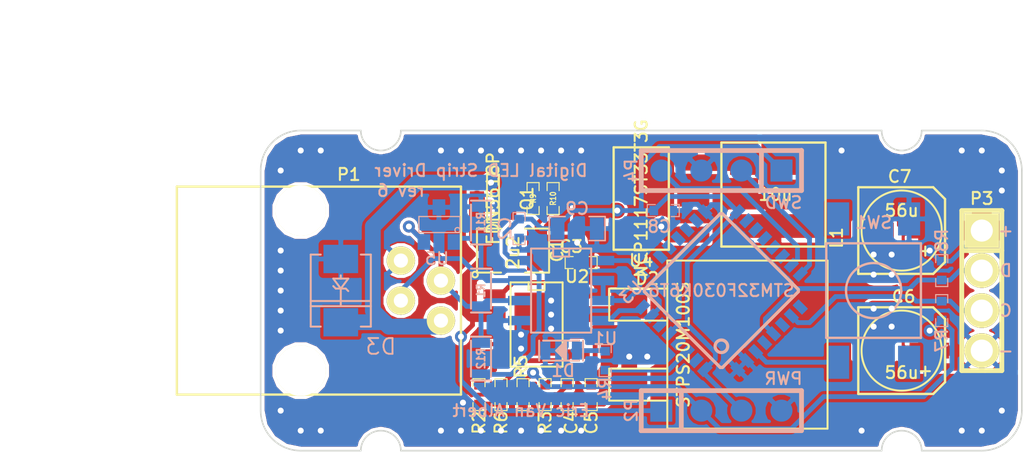
<source format=kicad_pcb>
(kicad_pcb (version 3) (host pcbnew "(2013-mar-13)-testing")
  (layers (15 F.Cu signal hide) (2 Inner2.Cu signal hide) (1 Inner1.Cu signal hide) (0 B.Cu signal hide) (18 B.Paste user) (19 F.Paste user) (20 B.SilkS user) (21 F.SilkS user) (22 B.Mask user) (23 F.Mask user) (28 Edge.Cuts user))
  (net 0 "")
  (net 1 +48V)
  (net 2 /CLK)
  (net 3 /DAT)
  (net 4 /SWCLK)
  (net 5 /SWDAT)
  (net 6 3V3)
  (net 7 GND)
  (net 8 N-0000010)
  (net 9 N-0000013)
  (net 10 N-0000015)
  (net 11 N-0000016)
  (net 12 N-0000017)
  (net 13 N-0000019)
  (net 14 N-000002)
  (net 15 N-0000020)
  (net 16 N-0000021)
  (net 17 N-0000023)
  (net 18 N-0000024)
  (net 19 N-0000025)
  (net 20 N-0000026)
  (net 21 N-0000027)
  (net 22 N-0000028)
  (net 23 N-0000029)
  (net 24 N-0000030)
  (net 25 N-0000031)
  (net 26 N-0000032)
  (net 27 N-0000033)
  (net 28 N-0000034)
  (net 29 N-0000035)
  (net 30 N-0000036)
  (net 31 N-0000037)
  (net 32 N-0000038)
  (net 33 N-0000039)
  (net 34 N-000004)
  (net 35 N-0000040)
  (net 36 N-0000041)
  (net 37 N-0000042)
  (net 38 N-0000043)
  (net 39 N-0000044)
  (net 40 N-0000045)
  (net 41 N-000005)
  (net 42 N-000006)
  (net 43 N-000007)
  (net 44 VPP)
  (module SOT23 (layer B.Cu) (at 123.063 112.649 180)
    (fp_text reference U5 (at 0.127 -2.159 180) (layer B.SilkS) (effects (font (size 0.762 0.762) (thickness 0.11938)) (justify mirror)))
    (fp_text value 2CH-TVS hide)
    (pad 3 smd rect (at 0 1.09982 180) (size 0.8001 1.00076) (layers B.Cu B.Paste B.Mask) (net 7 GND))
    (pad 2 smd rect (at 0.9525 -1.09982 180) (size 0.8001 1.00076) (layers B.Cu B.Paste B.Mask) (net 10 N-0000015))
    (pad 1 smd rect (at -0.9525 -1.09982 180) (size 0.8001 1.00076) (layers B.Cu B.Paste B.Mask) (net 11 N-0000016))
  )
  (module SA0603_LED (layer B.Cu) (at 130.81 120.65 180)
    (fp_text reference D1 (at -0.127 -1.27 180) (layer B.SilkS) (effects (font (size 0.762 0.762) (thickness 0.13)) (justify mirror)))
    (fp_text value USR_LED hide)
    (pad 1 smd rect (at -1 0 180) (size 0.635 1.143) (layers B.Cu B.Paste B.Mask) (net 15 N-0000020))
    (pad 2 smd rect (at 1 0 180) (size 0.635 1.143) (layers B.Cu B.Paste B.Mask) (net 7 GND))
  )
  (module SIL-4 (layer F.Cu) (at 157.48 116.84 270)
    (fp_text reference P3 (at -5.842 0 360) (layer F.SilkS) (effects (font (size 0.762 0.762) (thickness 0.13))))
    (fp_text value LED_STRIP hide)
    (pad 1 thru_hole rect (at -3.81 0 270) (size 2.2 2.2) (drill 1.4) (layers *.Cu *.Mask F.SilkS) (net 44 VPP))
    (pad 2 thru_hole circle (at -1.27 0 270) (size 2.2 2.2) (drill 1.4) (layers *.Cu *.Mask F.SilkS) (net 3 /DAT))
    (pad 3 thru_hole circle (at 1.27 0 270) (size 2.2 2.2) (drill 1.4) (layers *.Cu *.Mask F.SilkS) (net 2 /CLK))
    (pad 4 thru_hole circle (at 3.81 0 270) (size 2.2 2.2) (drill 1.4) (layers *.Cu *.Mask F.SilkS) (net 7 GND))
  )
  (module SOT223 (layer F.Cu) (at 135.89 110.998 90)
    (fp_text reference U4 (at -3.937 0 180) (layer F.SilkS) (effects (font (size 0.762 0.762) (thickness 0.13))))
    (fp_text value NCP1117ST33T3G (at 0 0 90) (layer F.SilkS) (effects (font (size 0.762 0.762) (thickness 0.13))))
    (pad 2 smd rect (at 0 -3.302 90) (size 3.6576 2.032) (layers F.Cu F.Paste F.Mask) (net 6 3V3))
    (pad "" smd rect (at 0 3.302 90) (size 1.016 2.032) (layers F.Cu F.Paste F.Mask))
    (pad 3 smd rect (at 2.286 3.302 90) (size 1.016 2.032) (layers F.Cu F.Paste F.Mask) (net 44 VPP))
    (pad 1 smd rect (at -2.286 3.302 90) (size 1.016 2.032) (layers F.Cu F.Paste F.Mask) (net 7 GND))
  )
  (module SA0805 (layer B.Cu) (at 131.826 112.903)
    (fp_text reference C9 (at 0 -1.27 180) (layer B.SilkS) (effects (font (size 0.762 0.762) (thickness 0.13)) (justify mirror)))
    (fp_text value 2u2 hide)
    (pad 1 smd rect (at -1.25 0) (size 0.889 1.397) (layers B.Cu B.Paste B.Mask) (net 6 3V3))
    (pad 2 smd rect (at 1.25 0) (size 0.889 1.397) (layers B.Cu B.Paste B.Mask) (net 7 GND))
  )
  (module SO8E (layer B.Cu) (at 130.81 116.84 270)
    (fp_text reference U1 (at 3.048 -2.794 360) (layer B.SilkS) (effects (font (size 0.762 0.762) (thickness 0.13)) (justify mirror)))
    (fp_text value ISL83485IBZ hide)
    (pad 8 smd rect (at -1.905 2.667 270) (size 0.59944 1.39954) (layers B.Cu B.Paste B.Mask) (net 6 3V3))
    (pad 1 smd rect (at -1.905 -2.667 270) (size 0.59944 1.39954) (layers B.Cu B.Paste B.Mask) (net 43 N-000007))
    (pad 7 smd rect (at -0.635 2.667 270) (size 0.59944 1.39954) (layers B.Cu B.Paste B.Mask) (net 11 N-0000016))
    (pad 6 smd rect (at 0.635 2.667 270) (size 0.59944 1.39954) (layers B.Cu B.Paste B.Mask) (net 10 N-0000015))
    (pad 5 smd rect (at 1.905 2.667 270) (size 0.59944 1.39954) (layers B.Cu B.Paste B.Mask) (net 7 GND))
    (pad 2 smd rect (at -0.635 -2.667 270) (size 0.59944 1.39954) (layers B.Cu B.Paste B.Mask) (net 14 N-000002))
    (pad 3 smd rect (at 0.635 -2.667 270) (size 0.59944 1.39954) (layers B.Cu B.Paste B.Mask) (net 14 N-000002))
    (pad 4 smd rect (at 1.905 -2.667 270) (size 0.59944 1.39954) (layers B.Cu B.Paste B.Mask) (net 42 N-000006))
  )
  (module Assman-6p4c (layer F.Cu) (at 114.3 116.84 270)
    (fp_text reference P1 (at -7.366 -3.048 360) (layer F.SilkS) (effects (font (size 0.762 0.762) (thickness 0.13))))
    (fp_text value mod_jack_in hide)
    (pad "" np_thru_hole circle (at -5.08 0 270) (size 3.2 3.2) (drill 3.2) (layers *.Cu *.Mask F.SilkS))
    (pad "" np_thru_hole circle (at 5.08 0 270) (size 3.2 3.2) (drill 3.2) (layers *.Cu *.Mask F.SilkS))
    (pad 1 thru_hole circle (at -1.905 -6.35 270) (size 1.8 1.8) (drill 0.9) (layers *.Cu *.Mask F.SilkS) (net 7 GND))
    (pad 2 thru_hole circle (at -0.635 -8.89 270) (size 1.8 1.8) (drill 0.9) (layers *.Cu *.Mask F.SilkS) (net 10 N-0000015))
    (pad 3 thru_hole circle (at 0.635 -6.35 270) (size 1.8 1.8) (drill 0.9) (layers *.Cu *.Mask F.SilkS) (net 11 N-0000016))
    (pad 4 thru_hole circle (at 1.905 -8.89 270) (size 1.8 1.8) (drill 0.9) (layers *.Cu *.Mask F.SilkS) (net 16 N-0000021))
  )
  (module DPAK3 (layer F.Cu) (at 135.128 120.269 270)
    (fp_text reference D2 (at -4.191 -1.143 360) (layer F.SilkS) (effects (font (size 0.762 0.762) (thickness 0.13))))
    (fp_text value STPS20M100S (at 0 -3.429 450) (layer F.SilkS) (effects (font (size 0.762 0.762) (thickness 0.13))))
    (pad 2 smd rect (at 0 -8.763 270) (size 10.668 8.89) (layers F.Cu F.Paste F.Mask) (net 21 N-0000027))
    (pad 1 smd rect (at -2.54 0 270) (size 1.778 2.286) (layers F.Cu F.Paste F.Mask) (net 7 GND))
    (pad 1 smd rect (at 2.54 0 270) (size 1.778 2.286) (layers F.Cu F.Paste F.Mask) (net 7 GND))
  )
  (module SIL-4 (layer B.Cu) (at 140.97 109.22 180)
    (fp_text reference P4 (at 5.715 0 270) (layer B.SilkS) (effects (font (size 0.762 0.762) (thickness 0.13)) (justify mirror)))
    (fp_text value ICSP hide)
    (pad 1 smd rect (at -3.81 0 180) (size 1.397 1.397) (layers B.Cu B.Paste B.Mask) (net 6 3V3))
    (pad 2 smd circle (at -1.27 0 180) (size 1.397 1.397) (layers B.Cu B.Paste B.Mask) (net 4 /SWCLK))
    (pad 3 smd circle (at 1.27 0 180) (size 1.397 1.397) (layers B.Cu B.Paste B.Mask) (net 7 GND))
    (pad 4 smd circle (at 3.81 0 180) (size 1.397 1.397) (layers B.Cu B.Paste B.Mask) (net 5 /SWDAT))
  )
  (module SIL-4 (layer B.Cu) (at 140.97 124.46)
    (fp_text reference P2 (at -5.715 0 90) (layer B.SilkS) (effects (font (size 0.762 0.762) (thickness 0.13)) (justify mirror)))
    (fp_text value PWR_TST hide)
    (pad 1 smd rect (at -3.81 0) (size 1.397 1.397) (layers B.Cu B.Paste B.Mask) (net 1 +48V))
    (pad 2 smd circle (at -1.27 0) (size 1.397 1.397) (layers B.Cu B.Paste B.Mask) (net 44 VPP))
    (pad 3 smd circle (at 1.27 0) (size 1.397 1.397) (layers B.Cu B.Paste B.Mask) (net 6 3V3))
    (pad 4 smd circle (at 3.81 0) (size 1.397 1.397) (layers B.Cu B.Paste B.Mask) (net 7 GND))
  )
  (module MSS1210 (layer F.Cu) (at 144.272 110.744)
    (fp_text reference L1 (at 4 2.75 270) (layer F.SilkS) (effects (font (size 0.762 0.762) (thickness 0.13))))
    (fp_text value 10u (at 0.127 0) (layer F.SilkS) (effects (font (size 0.762 0.762) (thickness 0.13))))
    (pad 1 smd rect (at 0 2) (size 5.5 1.5) (layers F.Cu F.Paste F.Mask) (net 21 N-0000027))
    (pad 2 smd rect (at 0 -2) (size 5.5 1.5) (layers F.Cu F.Paste F.Mask) (net 44 VPP))
  )
  (module SM1210 (layer F.Cu) (at 127.762 114.3)
    (fp_text reference C1 (at 2.794 0 90) (layer F.SilkS) (effects (font (size 0.762 0.762) (thickness 0.13))))
    (fp_text value 2u2 (at 0 0.127 90) (layer F.SilkS) (effects (font (size 0.762 0.762) (thickness 0.13))))
    (pad 1 smd rect (at -1.524 0) (size 1.27 2.54) (layers F.Cu F.Paste F.Mask) (net 1 +48V))
    (pad 2 smd rect (at 1.524 0) (size 1.27 2.54) (layers F.Cu F.Paste F.Mask) (net 7 GND))
  )
  (module SA0402 (layer B.Cu) (at 128.143 112.903 270)
    (fp_text reference C2 (at 0 0.889 270) (layer B.SilkS) (effects (font (size 0.762 0.762) (thickness 0.13)) (justify mirror)))
    (fp_text value 100n hide)
    (pad 1 smd rect (at -0.6 0 270) (size 0.55 0.6) (layers B.Cu B.Paste B.Mask) (net 6 3V3))
    (pad 2 smd rect (at 0.6 0 270) (size 0.55 0.6) (layers B.Cu B.Paste B.Mask) (net 7 GND))
  )
  (module SA0402 (layer F.Cu) (at 132.08 115.062)
    (fp_text reference C3 (at -0.635 -1.016) (layer F.SilkS) (effects (font (size 0.762 0.762) (thickness 0.13))))
    (fp_text value 100n hide)
    (pad 1 smd rect (at -0.6 0) (size 0.55 0.6) (layers F.Cu F.Paste F.Mask) (net 19 N-0000025))
    (pad 2 smd rect (at 0.6 0) (size 0.55 0.6) (layers F.Cu F.Paste F.Mask) (net 21 N-0000027))
  )
  (module SA0402 (layer F.Cu) (at 131.191 123.444 270)
    (fp_text reference C4 (at 1.778 -0.254 270) (layer F.SilkS) (effects (font (size 0.762 0.762) (thickness 0.13))))
    (fp_text value 1n2 hide)
    (pad 1 smd rect (at -0.6 0 270) (size 0.55 0.6) (layers F.Cu F.Paste F.Mask) (net 18 N-0000024))
    (pad 2 smd rect (at 0.6 0 270) (size 0.55 0.6) (layers F.Cu F.Paste F.Mask) (net 7 GND))
  )
  (module SA0402 (layer F.Cu) (at 132.715 123.444 270)
    (fp_text reference C5 (at 1.778 0 270) (layer F.SilkS) (effects (font (size 0.762 0.762) (thickness 0.13))))
    (fp_text value 22p hide)
    (pad 1 smd rect (at -0.6 0 270) (size 0.55 0.6) (layers F.Cu F.Paste F.Mask) (net 17 N-0000023))
    (pad 2 smd rect (at 0.6 0 270) (size 0.55 0.6) (layers F.Cu F.Paste F.Mask) (net 7 GND))
  )
  (module SA0402 (layer B.Cu) (at 137.287 111.76)
    (fp_text reference C8 (at -0.254 1.016) (layer B.SilkS) (effects (font (size 0.762 0.762) (thickness 0.13)) (justify mirror)))
    (fp_text value 100n hide)
    (pad 1 smd rect (at -0.6 0) (size 0.55 0.6) (layers B.Cu B.Paste B.Mask) (net 6 3V3))
    (pad 2 smd rect (at 0.6 0) (size 0.55 0.6) (layers B.Cu B.Paste B.Mask) (net 7 GND))
  )
  (module SA0402 (layer F.Cu) (at 125.603 123.444 270)
    (fp_text reference R2 (at 1.778 0 270) (layer F.SilkS) (effects (font (size 0.762 0.762) (thickness 0.13))))
    (fp_text value 270K hide)
    (pad 1 smd rect (at -0.6 0 270) (size 0.55 0.6) (layers F.Cu F.Paste F.Mask) (net 23 N-0000029))
    (pad 2 smd rect (at 0.6 0 270) (size 0.55 0.6) (layers F.Cu F.Paste F.Mask) (net 7 GND))
  )
  (module SA0402 (layer F.Cu) (at 129.794 123.444 270)
    (fp_text reference R3 (at 1.778 0 270) (layer F.SilkS) (effects (font (size 0.762 0.762) (thickness 0.13))))
    (fp_text value 27K hide)
    (pad 1 smd rect (at -0.6 0 270) (size 0.55 0.6) (layers F.Cu F.Paste F.Mask) (net 17 N-0000023))
    (pad 2 smd rect (at 0.6 0 270) (size 0.55 0.6) (layers F.Cu F.Paste F.Mask) (net 18 N-0000024))
  )
  (module SA0402 (layer B.Cu) (at 133.604 121.285 270)
    (fp_text reference R4 (at 1.778 0 270) (layer B.SilkS) (effects (font (size 0.762 0.762) (thickness 0.13)) (justify mirror)))
    (fp_text value 220R hide)
    (pad 1 smd rect (at -0.6 0 270) (size 0.55 0.6) (layers B.Cu B.Paste B.Mask) (net 15 N-0000020))
    (pad 2 smd rect (at 0.6 0 270) (size 0.55 0.6) (layers B.Cu B.Paste B.Mask) (net 13 N-0000019))
  )
  (module SA0402 (layer F.Cu) (at 128.397 123.444 270)
    (fp_text reference R5 (at -1.778 0.127 450) (layer F.SilkS) (effects (font (size 0.762 0.762) (thickness 0.13))))
    (fp_text value 68K hide)
    (pad 1 smd rect (at -0.6 0 270) (size 0.55 0.6) (layers F.Cu F.Paste F.Mask) (net 44 VPP))
    (pad 2 smd rect (at 0.6 0 270) (size 0.55 0.6) (layers F.Cu F.Paste F.Mask) (net 20 N-0000026))
  )
  (module SA0402 (layer F.Cu) (at 127 123.444 270)
    (fp_text reference R6 (at 1.778 0 270) (layer F.SilkS) (effects (font (size 0.762 0.762) (thickness 0.13))))
    (fp_text value 12K hide)
    (pad 1 smd rect (at -0.6 0 270) (size 0.55 0.6) (layers F.Cu F.Paste F.Mask) (net 20 N-0000026))
    (pad 2 smd rect (at 0.6 0 270) (size 0.55 0.6) (layers F.Cu F.Paste F.Mask) (net 7 GND))
  )
  (module SA0402 (layer B.Cu) (at 154.94 118.11 90)
    (fp_text reference R7 (at -1.905 0 90) (layer B.SilkS) (effects (font (size 0.762 0.762) (thickness 0.13)) (justify mirror)))
    (fp_text value 1K hide)
    (pad 1 smd rect (at -0.6 0 90) (size 0.55 0.6) (layers B.Cu B.Paste B.Mask) (net 44 VPP))
    (pad 2 smd rect (at 0.6 0 90) (size 0.55 0.6) (layers B.Cu B.Paste B.Mask) (net 2 /CLK))
  )
  (module SA0402 (layer B.Cu) (at 154.94 115.57 270)
    (fp_text reference R8 (at -1.905 0 270) (layer B.SilkS) (effects (font (size 0.762 0.762) (thickness 0.13)) (justify mirror)))
    (fp_text value 1K hide)
    (pad 1 smd rect (at -0.6 0 270) (size 0.55 0.6) (layers B.Cu B.Paste B.Mask) (net 44 VPP))
    (pad 2 smd rect (at 0.6 0 270) (size 0.55 0.6) (layers B.Cu B.Paste B.Mask) (net 3 /DAT))
  )
  (module TACT-SW-SMD (layer B.Cu) (at 150.622 116.84)
    (fp_text reference SW1 (at 0 -4.318) (layer B.SilkS) (effects (font (size 0.762 0.762) (thickness 0.13)) (justify mirror)))
    (fp_text value USR_SW hide)
    (pad 1 smd rect (at 2.25 4.55) (size 1.4 2.1) (layers B.Cu B.Paste B.Mask) (net 41 N-000005))
    (pad 2 smd rect (at 2.25 -4.55) (size 1.4 2.1) (layers B.Cu B.Paste B.Mask) (net 7 GND))
    (pad 3 smd rect (at -2.25 4.55) (size 1.4 2.1) (layers B.Cu B.Paste B.Mask) (net 34 N-000004))
    (pad 4 smd rect (at -2.25 -4.55) (size 1.4 2.1) (layers B.Cu B.Paste B.Mask) (net 9 N-0000013))
  )
  (module SO8_WITH_EP (layer F.Cu) (at 129.254 118.968 270)
    (fp_text reference U2 (at -3.017 -2.572 360) (layer F.SilkS) (effects (font (size 0.762 0.762) (thickness 0.13))))
    (fp_text value TPS54560 hide)
    (pad 8 smd rect (at -1.905 -2.667 270) (size 0.59944 1.39954) (layers F.Cu F.Paste F.Mask) (net 21 N-0000027))
    (pad 1 smd rect (at -1.905 2.667 270) (size 0.59944 1.39954) (layers F.Cu F.Paste F.Mask) (net 19 N-0000025))
    (pad 7 smd rect (at -0.635 -2.667 270) (size 0.59944 1.39954) (layers F.Cu F.Paste F.Mask) (net 7 GND))
    (pad 6 smd rect (at 0.635 -2.667 270) (size 0.59944 1.39954) (layers F.Cu F.Paste F.Mask) (net 17 N-0000023))
    (pad 5 smd rect (at 1.905 -2.667 270) (size 0.59944 1.39954) (layers F.Cu F.Paste F.Mask) (net 20 N-0000026))
    (pad 2 smd rect (at -0.635 2.667 270) (size 0.59944 1.39954) (layers F.Cu F.Paste F.Mask) (net 1 +48V))
    (pad 3 smd rect (at 0.635 2.667 270) (size 0.59944 1.39954) (layers F.Cu F.Paste F.Mask) (net 22 N-0000028))
    (pad 4 smd rect (at 1.905 2.667 270) (size 0.59944 1.39954) (layers F.Cu F.Paste F.Mask) (net 23 N-0000029))
    (pad 9 smd rect (at 0 0 270) (size 4.0005 2.79908) (layers F.Cu F.Paste F.Mask) (net 7 GND))
  )
  (module LQFP32 (layer B.Cu) (at 140.97 116.84 45)
    (fp_text reference U3 (at -4.130918 -3.951313 45) (layer B.SilkS) (effects (font (size 0.762 0.762) (thickness 0.13)) (justify mirror)))
    (fp_text value STM32F030-32 hide)
    (pad 8 smd rect (at -4.275 -2.8 45) (size 0.85 0.54) (layers B.Cu B.Paste B.Mask) (net 42 N-000006))
    (pad 7 smd rect (at -4.275 -2 45) (size 0.85 0.54) (layers B.Cu B.Paste B.Mask) (net 14 N-000002))
    (pad 6 smd rect (at -4.275 -1.2 45) (size 0.85 0.54) (layers B.Cu B.Paste B.Mask) (net 28 N-0000034))
    (pad 5 smd rect (at -4.275 -0.4 45) (size 0.85 0.54) (layers B.Cu B.Paste B.Mask) (net 6 3V3))
    (pad 4 smd rect (at -4.275 0.4 45) (size 0.85 0.54) (layers B.Cu B.Paste B.Mask) (net 8 N-0000010))
    (pad 3 smd rect (at -4.275 1.2 45) (size 0.85 0.54) (layers B.Cu B.Paste B.Mask) (net 13 N-0000019))
    (pad 2 smd rect (at -4.275 2 45) (size 0.85 0.54) (layers B.Cu B.Paste B.Mask) (net 29 N-0000035))
    (pad 1 smd rect (at -4.275 2.8 45) (size 0.85 0.54) (layers B.Cu B.Paste B.Mask) (net 6 3V3))
    (pad 1 smd rect (at -4.275 2.8 45) (size 0.85 0.54) (layers B.Cu B.Paste B.Mask) (net 6 3V3))
    (pad 2 smd rect (at -4.275 2 45) (size 0.85 0.54) (layers B.Cu B.Paste B.Mask) (net 29 N-0000035))
    (pad 3 smd rect (at -4.275 1.2 45) (size 0.85 0.54) (layers B.Cu B.Paste B.Mask) (net 13 N-0000019))
    (pad 4 smd rect (at -4.275 0.4 45) (size 0.85 0.54) (layers B.Cu B.Paste B.Mask) (net 8 N-0000010))
    (pad 5 smd rect (at -4.275 -0.4 45) (size 0.85 0.54) (layers B.Cu B.Paste B.Mask) (net 6 3V3))
    (pad 6 smd rect (at -4.275 -1.2 45) (size 0.85 0.54) (layers B.Cu B.Paste B.Mask) (net 28 N-0000034))
    (pad 7 smd rect (at -4.275 -2 45) (size 0.85 0.54) (layers B.Cu B.Paste B.Mask) (net 14 N-000002))
    (pad 8 smd rect (at -4.275 -2.8 45) (size 0.85 0.54) (layers B.Cu B.Paste B.Mask) (net 42 N-000006))
    (pad 8 smd rect (at -4.275 -2.8 45) (size 0.85 0.54) (layers B.Cu B.Paste B.Mask) (net 42 N-000006))
    (pad 7 smd rect (at -4.275 -2 45) (size 0.85 0.54) (layers B.Cu B.Paste B.Mask) (net 14 N-000002))
    (pad 6 smd rect (at -4.275 -1.2 45) (size 0.85 0.54) (layers B.Cu B.Paste B.Mask) (net 28 N-0000034))
    (pad 5 smd rect (at -4.275 -0.4 45) (size 0.85 0.54) (layers B.Cu B.Paste B.Mask) (net 6 3V3))
    (pad 4 smd rect (at -4.275 0.4 45) (size 0.85 0.54) (layers B.Cu B.Paste B.Mask) (net 8 N-0000010))
    (pad 3 smd rect (at -4.275 1.2 45) (size 0.85 0.54) (layers B.Cu B.Paste B.Mask) (net 13 N-0000019))
    (pad 2 smd rect (at -4.275 2 45) (size 0.85 0.54) (layers B.Cu B.Paste B.Mask) (net 29 N-0000035))
    (pad 1 smd rect (at -4.275 2.8 45) (size 0.85 0.54) (layers B.Cu B.Paste B.Mask) (net 6 3V3))
    (pad 1 smd rect (at -4.275 2.8 45) (size 0.85 0.54) (layers B.Cu B.Paste B.Mask) (net 6 3V3))
    (pad 2 smd rect (at -4.275 2 45) (size 0.85 0.54) (layers B.Cu B.Paste B.Mask) (net 29 N-0000035))
    (pad 3 smd rect (at -4.275 1.2 45) (size 0.85 0.54) (layers B.Cu B.Paste B.Mask) (net 13 N-0000019))
    (pad 4 smd rect (at -4.275 0.4 45) (size 0.85 0.54) (layers B.Cu B.Paste B.Mask) (net 8 N-0000010))
    (pad 5 smd rect (at -4.275 -0.4 45) (size 0.85 0.54) (layers B.Cu B.Paste B.Mask) (net 6 3V3))
    (pad 6 smd rect (at -4.275 -1.2 45) (size 0.85 0.54) (layers B.Cu B.Paste B.Mask) (net 28 N-0000034))
    (pad 7 smd rect (at -4.275 -2 45) (size 0.85 0.54) (layers B.Cu B.Paste B.Mask) (net 14 N-000002))
    (pad 8 smd rect (at -4.275 -2.8 45) (size 0.85 0.54) (layers B.Cu B.Paste B.Mask) (net 42 N-000006))
    (pad 9 smd rect (at -2.8 -4.275 45) (size 0.54 0.85) (layers B.Cu B.Paste B.Mask) (net 43 N-000007))
    (pad 10 smd rect (at -2 -4.275 45) (size 0.54 0.85) (layers B.Cu B.Paste B.Mask) (net 27 N-0000033))
    (pad 11 smd rect (at -1.2 -4.275 45) (size 0.54 0.85) (layers B.Cu B.Paste B.Mask) (net 25 N-0000031))
    (pad 12 smd rect (at -0.4 -4.275 45) (size 0.54 0.85) (layers B.Cu B.Paste B.Mask) (net 40 N-0000045))
    (pad 13 smd rect (at 0.4 -4.275 45) (size 0.54 0.85) (layers B.Cu B.Paste B.Mask) (net 38 N-0000043))
    (pad 14 smd rect (at 1.2 -4.275 45) (size 0.54 0.85) (layers B.Cu B.Paste B.Mask) (net 37 N-0000042))
    (pad 15 smd rect (at 2 -4.275 45) (size 0.54 0.85) (layers B.Cu B.Paste B.Mask) (net 36 N-0000041))
    (pad 16 smd rect (at 2.8 -4.275 45) (size 0.54 0.85) (layers B.Cu B.Paste B.Mask) (net 7 GND))
    (pad 17 smd rect (at 4.275 -2.8 45) (size 0.85 0.54) (layers B.Cu B.Paste B.Mask) (net 6 3V3))
    (pad 18 smd rect (at 4.275 -2 45) (size 0.85 0.54) (layers B.Cu B.Paste B.Mask) (net 32 N-0000038))
    (pad 19 smd rect (at 4.275 -1.2 45) (size 0.85 0.54) (layers B.Cu B.Paste B.Mask) (net 31 N-0000037))
    (pad 20 smd rect (at 4.275 -0.4 45) (size 0.85 0.54) (layers B.Cu B.Paste B.Mask) (net 26 N-0000032))
    (pad 21 smd rect (at 4.275 0.4 45) (size 0.85 0.54) (layers B.Cu B.Paste B.Mask) (net 24 N-0000030))
    (pad 22 smd rect (at 4.275 1.2 45) (size 0.85 0.54) (layers B.Cu B.Paste B.Mask) (net 39 N-0000044))
    (pad 23 smd rect (at 4.275 2 45) (size 0.85 0.54) (layers B.Cu B.Paste B.Mask) (net 5 /SWDAT))
    (pad 24 smd rect (at 4.275 2.8 45) (size 0.85 0.54) (layers B.Cu B.Paste B.Mask) (net 4 /SWCLK))
    (pad 25 smd rect (at 2.8 4.275 45) (size 0.54 0.85) (layers B.Cu B.Paste B.Mask) (net 35 N-0000040))
    (pad 26 smd rect (at 2 4.275 45) (size 0.54 0.85) (layers B.Cu B.Paste B.Mask) (net 2 /CLK))
    (pad 27 smd rect (at 1.2 4.275 45) (size 0.54 0.85) (layers B.Cu B.Paste B.Mask) (net 33 N-0000039))
    (pad 28 smd rect (at 0.4 4.275 45) (size 0.54 0.85) (layers B.Cu B.Paste B.Mask) (net 3 /DAT))
    (pad 29 smd rect (at -0.4 4.275 45) (size 0.54 0.85) (layers B.Cu B.Paste B.Mask) (net 30 N-0000036))
    (pad 30 smd rect (at -1.2 4.275 45) (size 0.54 0.85) (layers B.Cu B.Paste B.Mask) (net 34 N-000004))
    (pad 31 smd rect (at -2 4.275 45) (size 0.54 0.85) (layers B.Cu B.Paste B.Mask) (net 7 GND))
    (pad 32 smd rect (at -2.8 4.275 45) (size 0.54 0.85) (layers B.Cu B.Paste B.Mask) (net 7 GND))
  )
  (module B6 (layer F.Cu) (at 152.4 120.65 180)
    (fp_text reference C6 (at -0.127 3.429 180) (layer F.SilkS) (effects (font (size 0.762 0.762) (thickness 0.13))))
    (fp_text value 56u (at 0 -1.397 180) (layer F.SilkS) (effects (font (size 0.762 0.762) (thickness 0.13))))
    (fp_text user + (at -1.5 -1.25 180) (layer F.SilkS) (effects (font (size 0.762 0.762) (thickness 0.13))))
    (pad 1 smd rect (at -1.75 0 180) (size 2.5 1) (layers F.Cu F.Paste F.Mask) (net 44 VPP))
    (pad 2 smd rect (at 1.75 0 180) (size 2.5 1) (layers F.Cu F.Paste F.Mask) (net 7 GND))
  )
  (module B6 (layer F.Cu) (at 152.4 113.03 180)
    (fp_text reference C7 (at 0.127 3.429 180) (layer F.SilkS) (effects (font (size 0.762 0.762) (thickness 0.13))))
    (fp_text value 56u (at 0 1.27 180) (layer F.SilkS) (effects (font (size 0.762 0.762) (thickness 0.13))))
    (fp_text user + (at -1.5 -1.25 180) (layer F.SilkS) (effects (font (size 0.762 0.762) (thickness 0.13))))
    (pad 1 smd rect (at -1.75 0 180) (size 2.5 1) (layers F.Cu F.Paste F.Mask) (net 44 VPP))
    (pad 2 smd rect (at 1.75 0 180) (size 2.5 1) (layers F.Cu F.Paste F.Mask) (net 7 GND))
  )
  (module "DO-214AA(SMB)" (layer B.Cu) (at 116.84 116.84 270)
    (fp_text reference D3 (at 3.556 -2.54 360) (layer B.SilkS) (effects (font (size 1.00076 1.00076) (thickness 0.11938)) (justify mirror)))
    (fp_text value 1SMB58AT3G hide)
    (pad 1 smd rect (at -2.0066 0 270) (size 1.80086 2.19964) (layers B.Cu B.Paste B.Mask) (net 7 GND))
    (pad 2 smd rect (at 2.0066 0 270) (size 1.80086 2.19964) (layers B.Cu B.Paste B.Mask) (net 16 N-0000021))
  )
  (module SOT23GDS (layer F.Cu) (at 126.492 110.998 270)
    (fp_text reference Q1 (at 0 -2.159 270) (layer F.SilkS) (effects (font (size 0.762 0.762) (thickness 0.12954))))
    (fp_text value FDN5618P (at 0 0 270) (layer F.SilkS) (effects (font (size 0.762 0.762) (thickness 0.12954))))
    (pad S smd rect (at -0.889 -1.016 270) (size 0.9144 0.9144) (layers F.Cu F.Paste F.Mask) (net 16 N-0000021))
    (pad G smd rect (at 0.889 -1.016 270) (size 0.9144 0.9144) (layers F.Cu F.Paste F.Mask) (net 12 N-0000017))
    (pad D smd rect (at 0 1.016 270) (size 0.9144 0.9144) (layers F.Cu F.Paste F.Mask) (net 1 +48V))
  )
  (module SA0402 (layer F.Cu) (at 129.032 110.998 270)
    (fp_text reference R9 (at 0 0 270) (layer F.SilkS) (effects (font (size 0.35052 0.3048) (thickness 0.07112))))
    (fp_text value 22K hide)
    (pad 1 smd rect (at -0.6 0 270) (size 0.55 0.6) (layers F.Cu F.Paste F.Mask) (net 16 N-0000021))
    (pad 2 smd rect (at 0.6 0 270) (size 0.55 0.6) (layers F.Cu F.Paste F.Mask) (net 12 N-0000017))
  )
  (module SA0402 (layer F.Cu) (at 130.302 110.998 270)
    (fp_text reference R10 (at 0 0 270) (layer F.SilkS) (effects (font (size 0.35052 0.3048) (thickness 0.07112))))
    (fp_text value 47K hide)
    (pad 1 smd rect (at -0.6 0 270) (size 0.55 0.6) (layers F.Cu F.Paste F.Mask) (net 12 N-0000017))
    (pad 2 smd rect (at 0.6 0 270) (size 0.55 0.6) (layers F.Cu F.Paste F.Mask) (net 7 GND))
  )
  (module SA0603 (layer B.Cu) (at 125.73 112.522 270)
    (fp_text reference R11 (at 0 0 270) (layer B.SilkS) (effects (font (size 0.508 0.4572) (thickness 0.1143)) (justify mirror)))
    (fp_text value 680R hide)
    (pad 1 smd rect (at -1 0 270) (size 0.635 1.143) (layers B.Cu B.Paste B.Mask) (net 7 GND))
    (pad 2 smd rect (at 1 0 270) (size 0.635 1.143) (layers B.Cu B.Paste B.Mask) (net 11 N-0000016))
  )
  (module SA0603 (layer B.Cu) (at 125.73 121.158 270)
    (fp_text reference R12 (at 0 0 270) (layer B.SilkS) (effects (font (size 0.508 0.4572) (thickness 0.1143)) (justify mirror)))
    (fp_text value 680R hide)
    (pad 1 smd rect (at -1 0 270) (size 0.635 1.143) (layers B.Cu B.Paste B.Mask) (net 10 N-0000015))
    (pad 2 smd rect (at 1 0 270) (size 0.635 1.143) (layers B.Cu B.Paste B.Mask) (net 6 3V3))
  )
  (module SA0603 (layer B.Cu) (at 125.73 116.84 270)
    (fp_text reference R1 (at 0 0 270) (layer B.SilkS) (effects (font (size 0.508 0.4572) (thickness 0.1143)) (justify mirror)))
    (fp_text value 120R hide)
    (pad 1 smd rect (at -1 0 270) (size 0.635 1.143) (layers B.Cu B.Paste B.Mask) (net 11 N-0000016))
    (pad 2 smd rect (at 1 0 270) (size 0.635 1.143) (layers B.Cu B.Paste B.Mask) (net 10 N-0000015))
  )
  (gr_text "Eric Van Albert" (at 128.27 124.46) (layer B.SilkS) (effects (font (size 0.762 0.762) (thickness 0.13)) (justify mirror)))
  (gr_text "Digital LED Strip Driver" (at 125.73 109.22) (layer B.SilkS) (effects (font (size 0.762 0.762) (thickness 0.13)) (justify mirror)))
  (gr_text "rev 6" (at 120.65 110.49) (layer B.SilkS) (effects (font (size 0.762 0.762) (thickness 0.13)) (justify mirror)))
  (gr_text - (at 159.004 120.65) (layer B.SilkS) (effects (font (size 0.762 0.762) (thickness 0.13)) (justify mirror)))
  (gr_text C (at 159.004 118.11) (layer B.SilkS) (effects (font (size 0.762 0.762) (thickness 0.13)) (justify mirror)))
  (gr_text D (at 159.004 115.57) (layer B.SilkS) (effects (font (size 0.762 0.762) (thickness 0.13)) (justify mirror)))
  (gr_text + (at 159.004 113.03) (layer B.SilkS) (effects (font (size 0.762 0.762) (thickness 0.13)) (justify mirror)))
  (gr_text PWR (at 144.907 122.428) (layer B.SilkS) (effects (font (size 0.762 0.762) (thickness 0.13)) (justify mirror)))
  (gr_text SWD (at 144.907 111.252) (layer B.SilkS) (effects (font (size 0.762 0.762) (thickness 0.13)) (justify mirror)))
  (gr_text STM32F030K6T6 (at 140.97 116.84) (layer B.SilkS) (effects (font (size 0.762 0.762) (thickness 0.13)) (justify mirror)))
  (gr_line (start 118.11 106.68) (end 114.3 106.68) (angle 90) (layer Edge.Cuts) (width 0.1))
  (gr_line (start 151.13 106.68) (end 120.65 106.68) (angle 90) (layer Edge.Cuts) (width 0.1))
  (gr_line (start 153.67 106.68) (end 157.48 106.68) (angle 90) (layer Edge.Cuts) (width 0.1))
  (gr_line (start 153.67 127) (end 157.48 127) (angle 90) (layer Edge.Cuts) (width 0.1))
  (gr_line (start 120.65 127) (end 151.13 127) (angle 90) (layer Edge.Cuts) (width 0.1))
  (gr_line (start 114.3 127) (end 118.11 127) (angle 90) (layer Edge.Cuts) (width 0.1))
  (gr_arc (start 152.4 127) (end 151.13 127) (angle 180) (layer Edge.Cuts) (width 0.1))
  (gr_arc (start 119.38 127) (end 118.11 127) (angle 180) (layer Edge.Cuts) (width 0.1))
  (gr_arc (start 119.38 106.68) (end 120.65 106.68) (angle 180) (layer Edge.Cuts) (width 0.1))
  (gr_arc (start 152.4 106.68) (end 153.67 106.68) (angle 180) (layer Edge.Cuts) (width 0.1))
  (gr_arc (start 157.48 124.46) (end 160.02 124.46) (angle 90) (layer Edge.Cuts) (width 0.1))
  (gr_arc (start 157.48 109.22) (end 157.48 106.68) (angle 90) (layer Edge.Cuts) (width 0.1))
  (gr_line (start 160.02 109.22) (end 160.02 124.46) (angle 90) (layer Edge.Cuts) (width 0.1))
  (gr_arc (start 114.3 124.46) (end 114.3 127) (angle 90) (layer Edge.Cuts) (width 0.1))
  (gr_arc (start 114.3 109.22) (end 111.76 109.22) (angle 90) (layer Edge.Cuts) (width 0.1))
  (gr_line (start 111.76 109.22) (end 111.76 124.46) (angle 90) (layer Edge.Cuts) (width 0.1))
  (segment (start 137.16 124.46) (end 126.365 124.46) (width 0.3048) (layer B.Cu) (net 1))
  (via (at 124.46 119.761) (size 0.762) (layers F.Cu B.Cu) (net 1))
  (segment (start 124.46 119.761) (end 125.191 119.03) (width 0.3048) (layer F.Cu) (net 1))
  (segment (start 125.191 119.03) (end 125.191 118.333) (width 0.3048) (layer F.Cu) (net 1))
  (segment (start 124.46 122.555) (end 124.46 119.761) (width 0.3048) (layer B.Cu) (net 1))
  (segment (start 126.365 124.46) (end 124.46 122.555) (width 0.3048) (layer B.Cu) (net 1))
  (segment (start 126.587 118.333) (end 125.191 118.333) (width 1) (layer F.Cu) (net 1))
  (segment (start 126.238 114.808) (end 126.238 114.3) (width 1) (layer F.Cu) (net 1))
  (segment (start 124.968 116.078) (end 126.238 114.808) (width 1) (layer F.Cu) (net 1))
  (segment (start 124.968 118.11) (end 124.968 116.078) (width 1) (layer F.Cu) (net 1))
  (segment (start 125.191 118.333) (end 124.968 118.11) (width 1) (layer F.Cu) (net 1))
  (segment (start 125.476 110.998) (end 125.476 113.538) (width 1) (layer F.Cu) (net 1))
  (segment (start 125.476 113.538) (end 126.238 114.3) (width 1) (layer F.Cu) (net 1))
  (segment (start 148.209 117.221) (end 153.035 117.221) (width 0.3048) (layer B.Cu) (net 2))
  (segment (start 148.209 117.221) (end 146.558 118.872) (width 0.3048) (layer B.Cu) (net 2))
  (segment (start 146.558 118.872) (end 145.830427 118.872) (width 0.3048) (layer B.Cu) (net 2))
  (segment (start 145.407095 118.448668) (end 145.830427 118.872) (width 0.3048) (layer B.Cu) (net 2))
  (segment (start 153.324 117.51) (end 154.94 117.51) (width 0.3048) (layer B.Cu) (net 2))
  (segment (start 153.035 117.221) (end 153.324 117.51) (width 0.3048) (layer B.Cu) (net 2))
  (segment (start 154.94 117.51) (end 155.483 117.51) (width 0.3048) (layer B.Cu) (net 2))
  (segment (start 156.083 118.11) (end 157.48 118.11) (width 0.3048) (layer B.Cu) (net 2))
  (segment (start 155.483 117.51) (end 156.083 118.11) (width 0.3048) (layer B.Cu) (net 2))
  (segment (start 145.669 116.713) (end 143.764 118.618) (width 0.3048) (layer B.Cu) (net 3))
  (segment (start 152.908 116.713) (end 145.669 116.713) (width 0.3048) (layer B.Cu) (net 3))
  (segment (start 154.94 116.17) (end 153.451 116.17) (width 0.3048) (layer B.Cu) (net 3))
  (segment (start 153.451 116.17) (end 152.908 116.713) (width 0.3048) (layer B.Cu) (net 3))
  (segment (start 154.94 116.17) (end 155.483 116.17) (width 0.3048) (layer B.Cu) (net 3))
  (segment (start 156.083 115.57) (end 157.48 115.57) (width 0.3048) (layer B.Cu) (net 3))
  (segment (start 155.483 116.17) (end 156.083 115.57) (width 0.3048) (layer B.Cu) (net 3))
  (segment (start 143.764 119.068315) (end 144.275724 119.580039) (width 0.3048) (layer B.Cu) (net 3))
  (segment (start 143.764 118.618) (end 143.764 119.068315) (width 0.3048) (layer B.Cu) (net 3))
  (segment (start 142.24 109.22) (end 146.558 113.538) (width 0.3048) (layer B.Cu) (net 4))
  (segment (start 146.558 115.211797) (end 145.97278 115.797017) (width 0.3048) (layer B.Cu) (net 4))
  (segment (start 146.558 113.538) (end 146.558 115.211797) (width 0.3048) (layer B.Cu) (net 4))
  (segment (start 137.16 109.22) (end 138.303 110.363) (width 0.3048) (layer B.Cu) (net 5))
  (segment (start 145.796 114.842427) (end 145.407095 115.231332) (width 0.3048) (layer B.Cu) (net 5))
  (segment (start 145.796 114.046) (end 145.796 114.842427) (width 0.3048) (layer B.Cu) (net 5))
  (segment (start 142.113 110.363) (end 145.796 114.046) (width 0.3048) (layer B.Cu) (net 5))
  (segment (start 138.303 110.363) (end 142.113 110.363) (width 0.3048) (layer B.Cu) (net 5))
  (segment (start 128.143 114.935) (end 128.524 114.935) (width 0.3048) (layer B.Cu) (net 6))
  (segment (start 127.651 122.158) (end 125.73 122.158) (width 0.3048) (layer B.Cu) (net 6))
  (segment (start 129.032 120.777) (end 127.651 122.158) (width 0.3048) (layer B.Cu) (net 6))
  (segment (start 129.032 119.761) (end 129.032 120.777) (width 0.3048) (layer B.Cu) (net 6))
  (segment (start 129.413 119.38) (end 129.032 119.761) (width 0.3048) (layer B.Cu) (net 6))
  (segment (start 129.413 115.824) (end 129.413 119.38) (width 0.3048) (layer B.Cu) (net 6))
  (segment (start 128.524 114.935) (end 129.413 115.824) (width 0.3048) (layer B.Cu) (net 6))
  (segment (start 134.366 111.76) (end 131.572 111.76) (width 0.3048) (layer B.Cu) (net 6))
  (segment (start 131.572 111.76) (end 130.576 112.756) (width 0.3048) (layer B.Cu) (net 6))
  (segment (start 135.89 111.76) (end 134.366 111.76) (width 0.3048) (layer B.Cu) (net 6))
  (segment (start 133.35 111.76) (end 134.366 111.76) (width 1) (layer F.Cu) (net 6))
  (via (at 134.366 111.76) (size 0.762) (layers F.Cu B.Cu) (net 6))
  (segment (start 133.35 111.76) (end 132.588 110.998) (width 0.3048) (layer F.Cu) (net 6))
  (segment (start 143.256 107.696) (end 137.033 107.696) (width 0.3048) (layer B.Cu) (net 6))
  (segment (start 144.78 109.22) (end 143.256 107.696) (width 0.3048) (layer B.Cu) (net 6))
  (segment (start 135.89 108.839) (end 135.89 111.76) (width 0.3048) (layer B.Cu) (net 6))
  (segment (start 137.033 107.696) (end 135.89 108.839) (width 0.3048) (layer B.Cu) (net 6))
  (segment (start 136.687 111.76) (end 135.89 111.76) (width 0.3048) (layer B.Cu) (net 6))
  (segment (start 130.576 112.756) (end 130.576 112.903) (width 0.3048) (layer B.Cu) (net 6))
  (segment (start 130.576 112.756) (end 130.576 112.903) (width 0.3048) (layer B.Cu) (net 6))
  (segment (start 141.046763 110.871) (end 137.576 110.871) (width 0.3048) (layer B.Cu) (net 6))
  (segment (start 137.576 110.871) (end 136.687 111.76) (width 0.3048) (layer B.Cu) (net 6))
  (segment (start 142.012983 111.83722) (end 141.046763 110.871) (width 0.3048) (layer B.Cu) (net 6))
  (segment (start 129.54 112.903) (end 130.576 112.903) (width 0.3048) (layer B.Cu) (net 6))
  (segment (start 128.94 112.303) (end 129.54 112.903) (width 0.3048) (layer B.Cu) (net 6))
  (segment (start 128.143 112.303) (end 128.94 112.303) (width 0.3048) (layer B.Cu) (net 6))
  (segment (start 128.143 112.303) (end 127.254 113.192) (width 0.3048) (layer B.Cu) (net 6))
  (segment (start 127.762 114.935) (end 128.143 114.935) (width 0.3048) (layer B.Cu) (net 6))
  (segment (start 127.254 114.427) (end 127.762 114.935) (width 0.3048) (layer B.Cu) (net 6))
  (segment (start 127.254 113.192) (end 127.254 114.427) (width 0.3048) (layer B.Cu) (net 6))
  (segment (start 130.576 112.756) (end 130.576 112.903) (width 0.3048) (layer B.Cu) (net 6))
  (segment (start 139.927017 121.84278) (end 139.927017 122.147017) (width 0.3048) (layer B.Cu) (net 6))
  (segment (start 139.927017 122.147017) (end 142.24 124.46) (width 0.3048) (layer B.Cu) (net 6))
  (segment (start 138.811 118.999) (end 138.811 115.039203) (width 0.3048) (layer B.Cu) (net 6))
  (segment (start 138.811 115.039203) (end 142.012983 111.83722) (width 0.3048) (layer B.Cu) (net 6))
  (segment (start 137.664276 119.580039) (end 138.245315 118.999) (width 0.3048) (layer B.Cu) (net 6))
  (segment (start 138.245315 118.999) (end 138.811 118.999) (width 0.3048) (layer B.Cu) (net 6))
  (segment (start 140.589 121.180797) (end 139.927017 121.84278) (width 0.3048) (layer B.Cu) (net 6))
  (segment (start 140.589 120.777) (end 140.589 121.180797) (width 0.3048) (layer B.Cu) (net 6))
  (segment (start 138.811 118.999) (end 140.589 120.777) (width 0.3048) (layer B.Cu) (net 6))
  (segment (start 113.03 119.38) (end 112.268 120.142) (width 0.1524) (layer B.Cu) (net 7))
  (via (at 113.03 124.46) (size 0.762) (layers F.Cu B.Cu) (net 7))
  (segment (start 114.3 125.73) (end 115.57 125.73) (width 0.3048) (layer B.Cu) (net 7))
  (segment (start 116.84 124.46) (end 115.57 125.73) (width 0.3048) (layer B.Cu) (net 7))
  (via (at 115.57 125.73) (size 0.762) (layers F.Cu B.Cu) (net 7))
  (via (at 114.3 125.73) (size 0.762) (layers F.Cu B.Cu) (net 7))
  (segment (start 113.03 124.46) (end 114.3 125.73) (width 0.3048) (layer B.Cu) (net 7))
  (segment (start 132.08 125.73) (end 130.81 125.73) (width 0.3048) (layer B.Cu) (net 7))
  (segment (start 129.54 125.73) (end 128.27 125.73) (width 0.3048) (layer B.Cu) (net 7))
  (segment (start 127 125.73) (end 125.73 125.73) (width 0.3048) (layer B.Cu) (net 7))
  (segment (start 124.46 125.73) (end 123.19 125.73) (width 0.3048) (layer B.Cu) (net 7))
  (segment (start 121.92 124.46) (end 123.19 125.73) (width 0.3048) (layer B.Cu) (net 7))
  (via (at 123.19 125.73) (size 0.762) (layers F.Cu B.Cu) (net 7))
  (segment (start 116.84 124.46) (end 121.92 124.46) (width 0.3048) (layer B.Cu) (net 7))
  (segment (start 125.73 125.73) (end 124.46 125.73) (width 0.3048) (layer B.Cu) (net 7))
  (segment (start 128.27 125.73) (end 127 125.73) (width 0.3048) (layer B.Cu) (net 7))
  (segment (start 130.81 125.73) (end 129.54 125.73) (width 0.3048) (layer B.Cu) (net 7))
  (via (at 130.81 125.73) (size 0.762) (layers F.Cu B.Cu) (net 7))
  (via (at 128.27 125.73) (size 0.762) (layers F.Cu B.Cu) (net 7))
  (via (at 125.73 125.73) (size 0.762) (layers F.Cu B.Cu) (net 7))
  (via (at 124.46 125.73) (size 0.762) (layers F.Cu B.Cu) (net 7))
  (segment (start 124.679 124.044) (end 124.587 123.952) (width 0.3048) (layer F.Cu) (net 7))
  (via (at 124.587 123.952) (size 0.762) (layers F.Cu B.Cu) (net 7))
  (segment (start 125.603 124.044) (end 124.679 124.044) (width 0.3048) (layer F.Cu) (net 7))
  (segment (start 124.46 124.079) (end 124.46 125.73) (width 0.1524) (layer B.Cu) (net 7))
  (segment (start 124.587 123.952) (end 124.46 124.079) (width 0.1524) (layer B.Cu) (net 7))
  (via (at 127 125.73) (size 0.762) (layers F.Cu B.Cu) (net 7))
  (via (at 129.54 125.73) (size 0.762) (layers F.Cu B.Cu) (net 7))
  (via (at 132.08 125.73) (size 0.762) (layers F.Cu B.Cu) (net 7))
  (segment (start 116.078 108.458) (end 122.682 108.458) (width 0.1524) (layer B.Cu) (net 7))
  (segment (start 122.682 108.458) (end 123.19 107.95) (width 0.1524) (layer B.Cu) (net 7))
  (segment (start 113.03 109.22) (end 112.268 109.982) (width 0.1524) (layer B.Cu) (net 7))
  (segment (start 113.03 118.11) (end 113.03 119.38) (width 0.3048) (layer B.Cu) (net 7))
  (via (at 113.03 118.11) (size 0.762) (layers F.Cu B.Cu) (net 7))
  (segment (start 113.03 116.84) (end 113.03 115.57) (width 0.3048) (layer B.Cu) (net 7))
  (via (at 113.03 115.57) (size 0.762) (layers F.Cu B.Cu) (net 7))
  (via (at 113.03 114.3) (size 0.762) (layers F.Cu B.Cu) (net 7))
  (segment (start 113.03 114.3) (end 113.03 115.57) (width 0.3048) (layer B.Cu) (net 7))
  (via (at 113.03 116.84) (size 0.762) (layers F.Cu B.Cu) (net 7))
  (segment (start 113.03 118.11) (end 113.03 116.84) (width 0.3048) (layer B.Cu) (net 7))
  (via (at 113.03 119.38) (size 0.762) (layers F.Cu B.Cu) (net 7))
  (via (at 113.03 109.22) (size 0.762) (layers F.Cu B.Cu) (net 7))
  (via (at 114.3 107.95) (size 0.762) (layers F.Cu B.Cu) (net 7))
  (via (at 115.57 107.95) (size 0.762) (layers F.Cu B.Cu) (net 7))
  (segment (start 114.3 107.95) (end 115.57 107.95) (width 0.3048) (layer B.Cu) (net 7))
  (segment (start 113.03 109.22) (end 114.3 107.95) (width 0.3048) (layer B.Cu) (net 7))
  (segment (start 112.268 113.538) (end 113.03 114.3) (width 0.1524) (layer B.Cu) (net 7))
  (segment (start 112.268 109.982) (end 112.268 113.538) (width 0.1524) (layer B.Cu) (net 7))
  (via (at 130.81 107.95) (size 0.762) (layers F.Cu B.Cu) (net 7))
  (via (at 128.27 107.95) (size 0.762) (layers F.Cu B.Cu) (net 7))
  (via (at 125.73 107.95) (size 0.762) (layers F.Cu B.Cu) (net 7))
  (via (at 124.46 107.95) (size 0.762) (layers F.Cu B.Cu) (net 7))
  (via (at 127 107.95) (size 0.762) (layers F.Cu B.Cu) (net 7))
  (via (at 129.54 107.95) (size 0.762) (layers F.Cu B.Cu) (net 7))
  (via (at 132.08 107.95) (size 0.762) (layers F.Cu B.Cu) (net 7))
  (segment (start 130.81 107.95) (end 132.08 107.95) (width 0.3048) (layer B.Cu) (net 7))
  (segment (start 129.54 107.95) (end 128.27 107.95) (width 0.3048) (layer B.Cu) (net 7))
  (segment (start 127 107.95) (end 125.73 107.95) (width 0.3048) (layer B.Cu) (net 7))
  (segment (start 124.46 107.95) (end 123.19 107.95) (width 0.3048) (layer B.Cu) (net 7))
  (via (at 123.19 107.95) (size 0.762) (layers F.Cu B.Cu) (net 7))
  (segment (start 125.73 107.95) (end 124.46 107.95) (width 0.3048) (layer B.Cu) (net 7))
  (segment (start 128.27 107.95) (end 127 107.95) (width 0.3048) (layer B.Cu) (net 7))
  (segment (start 130.81 107.95) (end 129.54 107.95) (width 0.3048) (layer B.Cu) (net 7))
  (segment (start 115.57 107.95) (end 116.078 108.458) (width 0.1524) (layer B.Cu) (net 7))
  (segment (start 112.268 123.698) (end 113.03 124.46) (width 0.1524) (layer B.Cu) (net 7))
  (segment (start 112.268 120.142) (end 112.268 123.698) (width 0.1524) (layer B.Cu) (net 7))
  (segment (start 129.858 118.364) (end 130.175 118.364) (width 0.3048) (layer F.Cu) (net 7))
  (via (at 130.175 118.364) (size 0.762) (layers F.Cu B.Cu) (net 7))
  (segment (start 129.763 118.968) (end 129.254 118.968) (width 0.3048) (layer F.Cu) (net 7))
  (via (at 130.175 119.253) (size 0.762) (layers F.Cu B.Cu) (net 7))
  (segment (start 139.192 113.284) (end 137.668 113.284) (width 1) (layer F.Cu) (net 7))
  (via (at 137.16 112.776) (size 0.762) (layers F.Cu B.Cu) (net 7))
  (segment (start 137.668 113.284) (end 137.16 112.776) (width 1) (layer F.Cu) (net 7))
  (segment (start 130.143 118.333) (end 129.254 118.968) (width 1) (layer F.Cu) (net 7))
  (segment (start 131.921 118.333) (end 130.143 118.333) (width 1) (layer F.Cu) (net 7))
  (segment (start 132.715 124.044) (end 133.512 124.044) (width 0.3048) (layer F.Cu) (net 7))
  (segment (start 134.747 122.809) (end 133.512 124.044) (width 0.3048) (layer F.Cu) (net 7))
  (segment (start 134.747 122.809) (end 135.128 122.809) (width 0.3048) (layer F.Cu) (net 7))
  (segment (start 131.191 124.044) (end 132.715 124.044) (width 0.3048) (layer F.Cu) (net 7))
  (segment (start 130.302 111.598) (end 129.286 112.614) (width 0.3048) (layer F.Cu) (net 7))
  (segment (start 129.286 112.614) (end 129.286 114.3) (width 0.3048) (layer F.Cu) (net 7))
  (segment (start 129.286 114.3) (end 129.794 113.792) (width 1) (layer F.Cu) (net 7))
  (via (at 131.826 113.792) (size 0.762) (layers F.Cu B.Cu) (net 7))
  (segment (start 129.794 113.792) (end 131.826 113.792) (width 1) (layer F.Cu) (net 7))
  (segment (start 131.921 118.333) (end 134.524 118.333) (width 1) (layer F.Cu) (net 7))
  (segment (start 134.524 118.333) (end 135.128 117.729) (width 1) (layer F.Cu) (net 7))
  (segment (start 157.48 120.65) (end 158.75 121.92) (width 0.3048) (layer B.Cu) (net 7))
  (segment (start 158.75 121.92) (end 158.75 123.19) (width 0.3048) (layer B.Cu) (net 7))
  (segment (start 156.21 125.73) (end 154.94 125.73) (width 0.3048) (layer B.Cu) (net 7))
  (via (at 156.21 125.73) (size 0.762) (layers F.Cu B.Cu) (net 7))
  (segment (start 157.48 125.73) (end 158.75 124.46) (width 0.3048) (layer B.Cu) (net 7))
  (via (at 158.75 124.46) (size 0.762) (layers F.Cu B.Cu) (net 7))
  (segment (start 158.75 124.46) (end 158.75 123.19) (width 0.3048) (layer B.Cu) (net 7))
  (via (at 157.48 125.73) (size 0.762) (layers F.Cu B.Cu) (net 7))
  (segment (start 156.21 125.73) (end 157.48 125.73) (width 0.3048) (layer B.Cu) (net 7))
  (via (at 149.86 125.73) (size 0.762) (layers F.Cu B.Cu) (net 7))
  (segment (start 151.13 124.46) (end 149.86 125.73) (width 0.3048) (layer B.Cu) (net 7))
  (segment (start 153.67 124.46) (end 151.13 124.46) (width 0.3048) (layer B.Cu) (net 7))
  (segment (start 154.94 125.73) (end 153.67 124.46) (width 0.3048) (layer B.Cu) (net 7))
  (segment (start 158.75 110.49) (end 158.75 109.22) (width 0.3048) (layer B.Cu) (net 7))
  (via (at 158.75 109.22) (size 0.762) (layers F.Cu B.Cu) (net 7))
  (segment (start 157.48 107.95) (end 156.21 107.95) (width 0.3048) (layer B.Cu) (net 7))
  (segment (start 152.872 110.018) (end 153.67 109.22) (width 0.3048) (layer B.Cu) (net 7))
  (segment (start 153.67 109.22) (end 154.94 109.22) (width 0.3048) (layer B.Cu) (net 7))
  (segment (start 154.94 109.22) (end 156.21 107.95) (width 0.3048) (layer B.Cu) (net 7))
  (via (at 156.21 107.95) (size 0.762) (layers F.Cu B.Cu) (net 7))
  (segment (start 152.872 110.018) (end 152.872 112.29) (width 0.3048) (layer B.Cu) (net 7))
  (via (at 157.48 107.95) (size 0.762) (layers F.Cu B.Cu) (net 7))
  (segment (start 158.75 109.22) (end 157.48 107.95) (width 0.3048) (layer B.Cu) (net 7))
  (via (at 158.75 110.49) (size 0.762) (layers F.Cu B.Cu) (net 7))
  (segment (start 152.872 112.29) (end 152.872 109.692) (width 0.3048) (layer B.Cu) (net 7))
  (via (at 148.59 107.95) (size 0.762) (layers F.Cu B.Cu) (net 7))
  (segment (start 149.86 109.22) (end 148.59 107.95) (width 0.3048) (layer B.Cu) (net 7))
  (segment (start 152.4 109.22) (end 149.86 109.22) (width 0.3048) (layer B.Cu) (net 7))
  (segment (start 152.872 109.692) (end 152.4 109.22) (width 0.3048) (layer B.Cu) (net 7))
  (segment (start 139.446 111.356203) (end 138.960797 111.356203) (width 0.3048) (layer B.Cu) (net 7))
  (segment (start 139.468797 111.379) (end 139.446 111.356203) (width 0.3048) (layer B.Cu) (net 7))
  (segment (start 139.446 111.356203) (end 139.927017 111.83722) (width 0.3048) (layer B.Cu) (net 7))
  (segment (start 150.622 114.554) (end 151.765 114.554) (width 1) (layer F.Cu) (net 7))
  (via (at 150.622 114.554) (size 0.762) (layers F.Cu B.Cu) (net 7))
  (via (at 151.765 114.554) (size 0.762) (layers F.Cu B.Cu) (net 7))
  (segment (start 151.765 114.554) (end 151.257 114.554) (width 1) (layer F.Cu) (net 7))
  (via (at 150.622 115.824) (size 0.762) (layers F.Cu B.Cu) (net 7))
  (segment (start 151.765 115.824) (end 150.622 115.824) (width 1) (layer F.Cu) (net 7))
  (via (at 151.765 115.824) (size 0.762) (layers F.Cu B.Cu) (net 7))
  (segment (start 151.765 115.824) (end 151.765 114.554) (width 1) (layer F.Cu) (net 7))
  (segment (start 150.622 115.697) (end 150.622 115.824) (width 1) (layer F.Cu) (net 7))
  (segment (start 125.603 124.044) (end 127 124.044) (width 0.3048) (layer F.Cu) (net 7))
  (segment (start 134.909 123.028) (end 135.128 122.809) (width 0.3048) (layer F.Cu) (net 7))
  (segment (start 136.271 121.031) (end 135.128 121.031) (width 1) (layer F.Cu) (net 7))
  (via (at 135.128 121.031) (size 0.762) (layers F.Cu B.Cu) (net 7))
  (segment (start 135.128 121.031) (end 135.128 122.809) (width 1) (layer F.Cu) (net 7))
  (via (at 136.271 121.031) (size 0.762) (layers F.Cu B.Cu) (net 7))
  (segment (start 128.27 119.634) (end 128.4097 119.7737) (width 0.3048) (layer B.Cu) (net 7))
  (via (at 128.27 120.523) (size 0.762) (layers F.Cu B.Cu) (net 7))
  (segment (start 150.65 113.03) (end 151.257 113.637) (width 1) (layer F.Cu) (net 7))
  (segment (start 151.257 113.637) (end 151.257 114.554) (width 1) (layer F.Cu) (net 7))
  (segment (start 150.65 120.65) (end 151.257 120.043) (width 1) (layer F.Cu) (net 7))
  (segment (start 151.257 120.043) (end 151.257 119.126) (width 1) (layer F.Cu) (net 7))
  (segment (start 151.257 119.126) (end 151.257 119.253) (width 1) (layer F.Cu) (net 7))
  (segment (start 151.257 119.253) (end 151.257 119.126) (width 1) (layer F.Cu) (net 7))
  (segment (start 150.622 117.983) (end 151.13 118.491) (width 1) (layer F.Cu) (net 7))
  (via (at 150.622 117.983) (size 0.762) (layers F.Cu B.Cu) (net 7))
  (segment (start 151.765 117.983) (end 151.765 119.126) (width 1) (layer F.Cu) (net 7))
  (via (at 151.765 119.126) (size 0.762) (layers F.Cu B.Cu) (net 7))
  (segment (start 151.765 119.126) (end 151.257 119.126) (width 1) (layer F.Cu) (net 7))
  (via (at 151.765 117.983) (size 0.762) (layers F.Cu B.Cu) (net 7))
  (segment (start 150.622 117.983) (end 151.765 117.983) (width 1) (layer F.Cu) (net 7))
  (segment (start 151.13 118.491) (end 151.257 118.491) (width 1) (layer F.Cu) (net 7))
  (segment (start 150.65 120.65) (end 150.622 120.622) (width 1) (layer F.Cu) (net 7))
  (segment (start 150.622 120.622) (end 150.622 119.126) (width 1) (layer F.Cu) (net 7))
  (segment (start 151.257 119.126) (end 150.622 119.126) (width 1) (layer F.Cu) (net 7))
  (via (at 150.622 119.126) (size 0.762) (layers F.Cu B.Cu) (net 7))
  (segment (start 150.622 119.126) (end 150.622 117.983) (width 1) (layer F.Cu) (net 7))
  (segment (start 150.622 115.697) (end 151.13 115.189) (width 1) (layer F.Cu) (net 7))
  (segment (start 151.257 114.554) (end 150.622 114.554) (width 1) (layer F.Cu) (net 7))
  (segment (start 150.622 114.554) (end 150.622 115.697) (width 1) (layer F.Cu) (net 7))
  (segment (start 150.65 114.526) (end 150.622 114.554) (width 1) (layer F.Cu) (net 7))
  (segment (start 150.65 113.03) (end 150.65 114.526) (width 1) (layer F.Cu) (net 7))
  (segment (start 130.143 118.206) (end 129.254 118.968) (width 1) (layer F.Cu) (net 7))
  (via (at 128.27 119.634) (size 0.762) (layers F.Cu B.Cu) (net 7))
  (via (at 130.175 117.475) (size 0.762) (layers F.Cu B.Cu) (net 7))
  (segment (start 135.128 117.729) (end 134.716 117.317) (width 1) (layer F.Cu) (net 7))
  (segment (start 122.1105 113.74882) (end 121.158 112.79632) (width 0.3048) (layer B.Cu) (net 10))
  (segment (start 123.19 114.808) (end 123.19 116.205) (width 0.3048) (layer F.Cu) (net 10))
  (segment (start 121.158 112.776) (end 123.19 114.808) (width 0.3048) (layer F.Cu) (net 10))
  (via (at 121.158 112.776) (size 0.762) (layers F.Cu B.Cu) (net 10))
  (segment (start 121.158 112.79632) (end 121.158 112.776) (width 0.3048) (layer B.Cu) (net 10))
  (segment (start 125.73 117.84) (end 125.73 120.158) (width 0.3048) (layer B.Cu) (net 10))
  (segment (start 123.19 116.205) (end 124.825 117.84) (width 0.3048) (layer B.Cu) (net 10))
  (segment (start 124.825 117.84) (end 125.73 117.84) (width 0.3048) (layer B.Cu) (net 10))
  (segment (start 125.73 117.84) (end 126.095 117.475) (width 0.3048) (layer B.Cu) (net 10))
  (segment (start 126.095 117.475) (end 128.143 117.475) (width 0.3048) (layer B.Cu) (net 10))
  (segment (start 124.0155 113.74882) (end 124.24232 113.522) (width 0.3048) (layer B.Cu) (net 11))
  (segment (start 124.24232 113.522) (end 125.73 113.522) (width 0.3048) (layer B.Cu) (net 11))
  (segment (start 125.73 115.84) (end 125.73 113.522) (width 0.3048) (layer B.Cu) (net 11))
  (segment (start 125.73 115.84) (end 126.095 116.205) (width 0.3048) (layer B.Cu) (net 11))
  (segment (start 126.095 116.205) (end 128.143 116.205) (width 0.3048) (layer B.Cu) (net 11))
  (segment (start 120.65 117.475) (end 120.65 116.84) (width 0.3048) (layer B.Cu) (net 11))
  (segment (start 125.492 115.84) (end 125.73 115.84) (width 0.254) (layer B.Cu) (net 11))
  (segment (start 124.46 114.808) (end 125.492 115.84) (width 0.3048) (layer B.Cu) (net 11))
  (segment (start 122.682 114.808) (end 124.46 114.808) (width 0.3048) (layer B.Cu) (net 11))
  (segment (start 120.65 116.84) (end 122.682 114.808) (width 0.3048) (layer B.Cu) (net 11))
  (segment (start 129.032 111.598) (end 129.102 111.598) (width 0.254) (layer F.Cu) (net 12))
  (segment (start 129.102 111.598) (end 130.302 110.398) (width 0.3048) (layer F.Cu) (net 12))
  (segment (start 127.508 111.887) (end 127.797 111.598) (width 0.254) (layer F.Cu) (net 12))
  (segment (start 127.797 111.598) (end 129.032 111.598) (width 0.3048) (layer F.Cu) (net 12))
  (segment (start 133.604 121.885) (end 137.622057 121.885) (width 0.3048) (layer B.Cu) (net 13))
  (segment (start 137.622057 121.885) (end 138.795647 120.71141) (width 0.3048) (layer B.Cu) (net 13))
  (segment (start 137.033 117.948573) (end 136.532905 118.448668) (width 0.3048) (layer B.Cu) (net 14))
  (segment (start 137.033 117.475) (end 137.033 117.948573) (width 0.3048) (layer B.Cu) (net 14))
  (segment (start 136.525 116.967) (end 137.033 117.475) (width 0.3048) (layer B.Cu) (net 14))
  (segment (start 135.509 116.967) (end 136.525 116.967) (width 0.3048) (layer B.Cu) (net 14))
  (segment (start 135.001 117.475) (end 135.509 116.967) (width 0.3048) (layer B.Cu) (net 14))
  (segment (start 133.477 117.475) (end 133.477 116.205) (width 0.3048) (layer B.Cu) (net 14))
  (segment (start 133.477 117.475) (end 135.001 117.475) (width 0.3048) (layer B.Cu) (net 14))
  (segment (start 131.5593 120.65) (end 133.569 120.65) (width 0.3048) (layer B.Cu) (net 15))
  (segment (start 133.569 120.65) (end 133.604 120.685) (width 0.3048) (layer B.Cu) (net 15))
  (segment (start 116.84 118.8466) (end 119.6086 118.8466) (width 1) (layer B.Cu) (net 16))
  (segment (start 119.6086 118.8466) (end 119.888 119.126) (width 1) (layer B.Cu) (net 16))
  (segment (start 123.19 118.745) (end 122.809 119.126) (width 1) (layer B.Cu) (net 16))
  (segment (start 126.492 110.109) (end 127.508 110.109) (width 1) (layer F.Cu) (net 16))
  (via (at 126.365 109.982) (size 0.762) (layers F.Cu B.Cu) (net 16))
  (segment (start 126.492 110.109) (end 126.365 109.982) (width 1) (layer F.Cu) (net 16))
  (segment (start 121.666 109.982) (end 126.365 109.982) (width 1) (layer B.Cu) (net 16))
  (segment (start 118.872 112.776) (end 121.666 109.982) (width 1) (layer B.Cu) (net 16))
  (segment (start 118.872 118.11) (end 118.872 112.776) (width 1) (layer B.Cu) (net 16))
  (segment (start 119.888 119.126) (end 118.872 118.11) (width 1) (layer B.Cu) (net 16))
  (segment (start 122.809 119.126) (end 119.888 119.126) (width 1) (layer B.Cu) (net 16))
  (segment (start 127.508 110.109) (end 127.797 110.398) (width 0.254) (layer F.Cu) (net 16))
  (segment (start 127.797 110.398) (end 129.032 110.398) (width 0.3048) (layer F.Cu) (net 16))
  (segment (start 129.794 122.844) (end 130.464 122.174) (width 0.3048) (layer F.Cu) (net 17))
  (segment (start 132.045 122.174) (end 132.1895 122.3185) (width 0.3048) (layer F.Cu) (net 17))
  (segment (start 130.464 122.174) (end 132.045 122.174) (width 0.3048) (layer F.Cu) (net 17))
  (segment (start 132.969 120.142) (end 132.969 121.539) (width 0.3048) (layer F.Cu) (net 17))
  (segment (start 132.43 119.603) (end 132.969 120.142) (width 0.3048) (layer F.Cu) (net 17))
  (segment (start 131.921 119.603) (end 132.43 119.603) (width 0.3048) (layer F.Cu) (net 17))
  (segment (start 132.969 121.539) (end 132.1895 122.3185) (width 0.3048) (layer F.Cu) (net 17))
  (segment (start 132.1895 122.3185) (end 132.715 122.844) (width 0.3048) (layer F.Cu) (net 17))
  (segment (start 129.794 124.044) (end 130.394 123.444) (width 0.3048) (layer F.Cu) (net 18))
  (segment (start 130.591 123.444) (end 131.191 122.844) (width 0.3048) (layer F.Cu) (net 18))
  (segment (start 130.394 123.444) (end 130.591 123.444) (width 0.3048) (layer F.Cu) (net 18))
  (segment (start 129.921 124.044) (end 129.991 124.044) (width 0.3048) (layer F.Cu) (net 18))
  (segment (start 130.21 116.332) (end 127.762 116.332) (width 0.3048) (layer F.Cu) (net 19))
  (segment (start 131.48 115.062) (end 130.21 116.332) (width 0.3048) (layer F.Cu) (net 19))
  (segment (start 127.031 117.063) (end 126.587 117.063) (width 0.3048) (layer F.Cu) (net 19))
  (segment (start 127.762 116.332) (end 127.031 117.063) (width 0.3048) (layer F.Cu) (net 19))
  (segment (start 127 122.844) (end 128.559 121.285) (width 0.3048) (layer F.Cu) (net 20))
  (segment (start 131.476 120.873) (end 131.921 120.873) (width 0.3048) (layer F.Cu) (net 20))
  (segment (start 131.064 121.285) (end 131.476 120.873) (width 0.3048) (layer F.Cu) (net 20))
  (segment (start 128.559 121.285) (end 131.064 121.285) (width 0.3048) (layer F.Cu) (net 20))
  (segment (start 127 122.844) (end 127.6 123.444) (width 0.3048) (layer F.Cu) (net 20))
  (segment (start 127.797 123.444) (end 128.397 124.044) (width 0.3048) (layer F.Cu) (net 20))
  (segment (start 127.6 123.444) (end 127.797 123.444) (width 0.3048) (layer F.Cu) (net 20))
  (segment (start 131.921 120.873) (end 131.603 120.873) (width 0.3048) (layer F.Cu) (net 20))
  (segment (start 128.397 124.044) (end 128.397 124.079) (width 0.3048) (layer F.Cu) (net 20))
  (segment (start 132.365 117.063) (end 131.921 117.063) (width 0.3048) (layer F.Cu) (net 21))
  (segment (start 126.587 120.873) (end 126.587 121.86) (width 0.3048) (layer F.Cu) (net 23))
  (segment (start 126.587 121.86) (end 125.603 122.844) (width 0.3048) (layer F.Cu) (net 23))
  (segment (start 143.144353 120.71141) (end 143.822943 121.39) (width 0.3048) (layer B.Cu) (net 34))
  (segment (start 143.822943 121.39) (end 148.372 121.39) (width 0.3048) (layer B.Cu) (net 34))
  (segment (start 133.477 118.745) (end 133.858 118.745) (width 0.3048) (layer B.Cu) (net 42))
  (segment (start 135.740203 118.11) (end 135.96722 117.882983) (width 0.3048) (layer B.Cu) (net 42))
  (segment (start 134.493 118.11) (end 135.740203 118.11) (width 0.3048) (layer B.Cu) (net 42))
  (segment (start 133.858 118.745) (end 134.493 118.11) (width 0.3048) (layer B.Cu) (net 42))
  (segment (start 135.105203 114.935) (end 135.96722 115.797017) (width 0.3048) (layer B.Cu) (net 43))
  (segment (start 133.477 114.935) (end 135.105203 114.935) (width 0.3048) (layer B.Cu) (net 43))
  (segment (start 129.032 122.047) (end 129.921 122.936) (width 0.3048) (layer B.Cu) (net 44))
  (segment (start 139.7 124.46) (end 138.176 122.936) (width 0.3048) (layer B.Cu) (net 44))
  (segment (start 128.397 122.682) (end 129.032 122.047) (width 0.3048) (layer F.Cu) (net 44))
  (via (at 129.032 122.047) (size 0.762) (layers F.Cu B.Cu) (net 44))
  (segment (start 128.397 122.682) (end 128.397 122.844) (width 0.3048) (layer F.Cu) (net 44))
  (segment (start 129.921 122.936) (end 138.176 122.936) (width 0.3048) (layer B.Cu) (net 44))
  (segment (start 139.192 108.712) (end 139.224 108.744) (width 1) (layer F.Cu) (net 44))
  (segment (start 139.224 108.744) (end 144.272 108.744) (width 1) (layer F.Cu) (net 44))
  (segment (start 154.178 114.3) (end 154.848 114.97) (width 0.3048) (layer B.Cu) (net 44))
  (via (at 154.178 114.3) (size 0.762) (layers F.Cu B.Cu) (net 44))
  (segment (start 154.848 114.97) (end 154.94 114.97) (width 0.3048) (layer B.Cu) (net 44))
  (segment (start 154.94 118.71) (end 154.27 119.38) (width 0.3048) (layer B.Cu) (net 44))
  (via (at 154.178 119.38) (size 0.762) (layers F.Cu B.Cu) (net 44))
  (segment (start 154.27 119.38) (end 154.178 119.38) (width 0.3048) (layer B.Cu) (net 44))
  (segment (start 155.5925 121.7755) (end 153.797 123.571) (width 0.3048) (layer B.Cu) (net 44))
  (segment (start 155.5925 119.3625) (end 155.5925 121.7755) (width 0.3048) (layer B.Cu) (net 44))
  (segment (start 140.843 125.603) (end 139.7 124.46) (width 0.3048) (layer B.Cu) (net 44))
  (segment (start 145.415 125.603) (end 140.843 125.603) (width 0.3048) (layer B.Cu) (net 44))
  (segment (start 147.447 123.571) (end 145.415 125.603) (width 0.3048) (layer B.Cu) (net 44))
  (segment (start 153.797 123.571) (end 147.447 123.571) (width 0.3048) (layer B.Cu) (net 44))
  (segment (start 155.61 119.38) (end 155.5925 119.3625) (width 0.3048) (layer B.Cu) (net 44))
  (segment (start 155.5925 119.3625) (end 154.94 118.71) (width 0.3048) (layer B.Cu) (net 44))
  (segment (start 154.94 114.97) (end 155.54 114.97) (width 0.3048) (layer B.Cu) (net 44))
  (segment (start 155.54 114.97) (end 157.48 113.03) (width 0.3048) (layer B.Cu) (net 44))
  (zone (net 21) (net_name N-0000027) (layer F.Cu) (connect_pads (clearance 0.203)) (min_thickness 0.203) (fill (arc_segments 16) (thermal_gap 0.305) (thermal_bridge_width 1))
    (polygon (pts (xy 160.02 127) (xy 111.76 127) (xy 111.76 106.68) (xy 160.02 106.68)))
  )
  (zone (net 44) (net_name VPP) (layer F.Cu) (priority 1) (connect_pads (clearance 0.2032)) (min_thickness 0.1524) (fill (arc_segments 16) (thermal_gap 0.305) (thermal_bridge_width 2))
    (polygon (pts (xy 143.51 110.49) (xy 149.86 110.49) (xy 152.4 113.03) (xy 152.4 121.92) (xy 160.02 121.92) (xy 160.02 106.68) (xy 143.51 106.68)))
  )
  (zone (net 7) (net_name GND) (layer B.Cu) (priority 1) (connect_pads (clearance 0.203)) (min_thickness 0.203) (fill (arc_segments 16) (thermal_gap 0.305) (thermal_bridge_width 0.305))
    (polygon (pts (xy 111.76 106.68) (xy 111.76 127) (xy 160.02 127) (xy 160.02 106.68)))
  )
)
</source>
